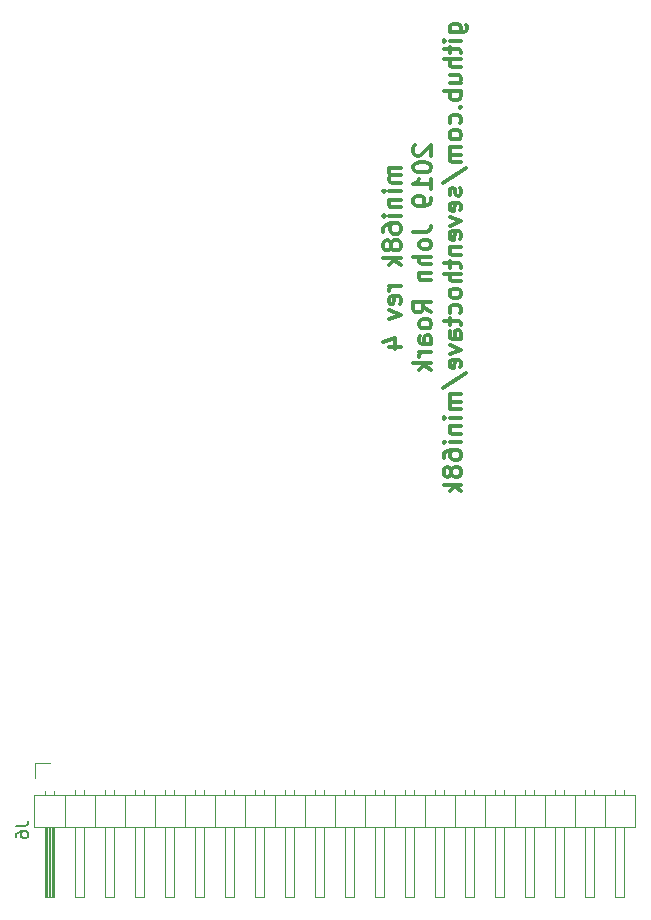
<source format=gbr>
G04 #@! TF.GenerationSoftware,KiCad,Pcbnew,(5.1.0-0)*
G04 #@! TF.CreationDate,2019-04-10T22:03:50-07:00*
G04 #@! TF.ProjectId,mini68k,6d696e69-3638-46b2-9e6b-696361645f70,v02*
G04 #@! TF.SameCoordinates,PX5c0c740PY43d3480*
G04 #@! TF.FileFunction,Legend,Bot*
G04 #@! TF.FilePolarity,Positive*
%FSLAX46Y46*%
G04 Gerber Fmt 4.6, Leading zero omitted, Abs format (unit mm)*
G04 Created by KiCad (PCBNEW (5.1.0-0)) date 2019-04-10 22:03:50*
%MOMM*%
%LPD*%
G04 APERTURE LIST*
%ADD10C,0.300000*%
%ADD11C,0.120000*%
%ADD12C,0.150000*%
G04 APERTURE END LIST*
D10*
X31656571Y-36588857D02*
X30656571Y-36588857D01*
X30799428Y-36588857D02*
X30728000Y-36660285D01*
X30656571Y-36803142D01*
X30656571Y-37017428D01*
X30728000Y-37160285D01*
X30870857Y-37231714D01*
X31656571Y-37231714D01*
X30870857Y-37231714D02*
X30728000Y-37303142D01*
X30656571Y-37446000D01*
X30656571Y-37660285D01*
X30728000Y-37803142D01*
X30870857Y-37874571D01*
X31656571Y-37874571D01*
X31656571Y-38588857D02*
X30656571Y-38588857D01*
X30156571Y-38588857D02*
X30228000Y-38517428D01*
X30299428Y-38588857D01*
X30228000Y-38660285D01*
X30156571Y-38588857D01*
X30299428Y-38588857D01*
X30656571Y-39303142D02*
X31656571Y-39303142D01*
X30799428Y-39303142D02*
X30728000Y-39374571D01*
X30656571Y-39517428D01*
X30656571Y-39731714D01*
X30728000Y-39874571D01*
X30870857Y-39946000D01*
X31656571Y-39946000D01*
X31656571Y-40660285D02*
X30656571Y-40660285D01*
X30156571Y-40660285D02*
X30228000Y-40588857D01*
X30299428Y-40660285D01*
X30228000Y-40731714D01*
X30156571Y-40660285D01*
X30299428Y-40660285D01*
X30156571Y-42017428D02*
X30156571Y-41731714D01*
X30228000Y-41588857D01*
X30299428Y-41517428D01*
X30513714Y-41374571D01*
X30799428Y-41303142D01*
X31370857Y-41303142D01*
X31513714Y-41374571D01*
X31585142Y-41446000D01*
X31656571Y-41588857D01*
X31656571Y-41874571D01*
X31585142Y-42017428D01*
X31513714Y-42088857D01*
X31370857Y-42160285D01*
X31013714Y-42160285D01*
X30870857Y-42088857D01*
X30799428Y-42017428D01*
X30728000Y-41874571D01*
X30728000Y-41588857D01*
X30799428Y-41446000D01*
X30870857Y-41374571D01*
X31013714Y-41303142D01*
X30799428Y-43017428D02*
X30728000Y-42874571D01*
X30656571Y-42803142D01*
X30513714Y-42731714D01*
X30442285Y-42731714D01*
X30299428Y-42803142D01*
X30228000Y-42874571D01*
X30156571Y-43017428D01*
X30156571Y-43303142D01*
X30228000Y-43446000D01*
X30299428Y-43517428D01*
X30442285Y-43588857D01*
X30513714Y-43588857D01*
X30656571Y-43517428D01*
X30728000Y-43446000D01*
X30799428Y-43303142D01*
X30799428Y-43017428D01*
X30870857Y-42874571D01*
X30942285Y-42803142D01*
X31085142Y-42731714D01*
X31370857Y-42731714D01*
X31513714Y-42803142D01*
X31585142Y-42874571D01*
X31656571Y-43017428D01*
X31656571Y-43303142D01*
X31585142Y-43446000D01*
X31513714Y-43517428D01*
X31370857Y-43588857D01*
X31085142Y-43588857D01*
X30942285Y-43517428D01*
X30870857Y-43446000D01*
X30799428Y-43303142D01*
X31656571Y-44231714D02*
X30156571Y-44231714D01*
X31085142Y-44374571D02*
X31656571Y-44803142D01*
X30656571Y-44803142D02*
X31228000Y-44231714D01*
X31656571Y-46588857D02*
X30656571Y-46588857D01*
X30942285Y-46588857D02*
X30799428Y-46660285D01*
X30728000Y-46731714D01*
X30656571Y-46874571D01*
X30656571Y-47017428D01*
X31585142Y-48088857D02*
X31656571Y-47946000D01*
X31656571Y-47660285D01*
X31585142Y-47517428D01*
X31442285Y-47446000D01*
X30870857Y-47446000D01*
X30728000Y-47517428D01*
X30656571Y-47660285D01*
X30656571Y-47946000D01*
X30728000Y-48088857D01*
X30870857Y-48160285D01*
X31013714Y-48160285D01*
X31156571Y-47446000D01*
X30656571Y-48660285D02*
X31656571Y-49017428D01*
X30656571Y-49374571D01*
X30656571Y-51731714D02*
X31656571Y-51731714D01*
X30085142Y-51374571D02*
X31156571Y-51017428D01*
X31156571Y-51946000D01*
X32849428Y-34696000D02*
X32778000Y-34767428D01*
X32706571Y-34910285D01*
X32706571Y-35267428D01*
X32778000Y-35410285D01*
X32849428Y-35481714D01*
X32992285Y-35553142D01*
X33135142Y-35553142D01*
X33349428Y-35481714D01*
X34206571Y-34624571D01*
X34206571Y-35553142D01*
X32706571Y-36481714D02*
X32706571Y-36624571D01*
X32778000Y-36767428D01*
X32849428Y-36838857D01*
X32992285Y-36910285D01*
X33278000Y-36981714D01*
X33635142Y-36981714D01*
X33920857Y-36910285D01*
X34063714Y-36838857D01*
X34135142Y-36767428D01*
X34206571Y-36624571D01*
X34206571Y-36481714D01*
X34135142Y-36338857D01*
X34063714Y-36267428D01*
X33920857Y-36196000D01*
X33635142Y-36124571D01*
X33278000Y-36124571D01*
X32992285Y-36196000D01*
X32849428Y-36267428D01*
X32778000Y-36338857D01*
X32706571Y-36481714D01*
X34206571Y-38410285D02*
X34206571Y-37553142D01*
X34206571Y-37981714D02*
X32706571Y-37981714D01*
X32920857Y-37838857D01*
X33063714Y-37696000D01*
X33135142Y-37553142D01*
X34206571Y-39124571D02*
X34206571Y-39410285D01*
X34135142Y-39553142D01*
X34063714Y-39624571D01*
X33849428Y-39767428D01*
X33563714Y-39838857D01*
X32992285Y-39838857D01*
X32849428Y-39767428D01*
X32778000Y-39696000D01*
X32706571Y-39553142D01*
X32706571Y-39267428D01*
X32778000Y-39124571D01*
X32849428Y-39053142D01*
X32992285Y-38981714D01*
X33349428Y-38981714D01*
X33492285Y-39053142D01*
X33563714Y-39124571D01*
X33635142Y-39267428D01*
X33635142Y-39553142D01*
X33563714Y-39696000D01*
X33492285Y-39767428D01*
X33349428Y-39838857D01*
X32706571Y-42053142D02*
X33778000Y-42053142D01*
X33992285Y-41981714D01*
X34135142Y-41838857D01*
X34206571Y-41624571D01*
X34206571Y-41481714D01*
X34206571Y-42981714D02*
X34135142Y-42838857D01*
X34063714Y-42767428D01*
X33920857Y-42696000D01*
X33492285Y-42696000D01*
X33349428Y-42767428D01*
X33278000Y-42838857D01*
X33206571Y-42981714D01*
X33206571Y-43196000D01*
X33278000Y-43338857D01*
X33349428Y-43410285D01*
X33492285Y-43481714D01*
X33920857Y-43481714D01*
X34063714Y-43410285D01*
X34135142Y-43338857D01*
X34206571Y-43196000D01*
X34206571Y-42981714D01*
X34206571Y-44124571D02*
X32706571Y-44124571D01*
X34206571Y-44767428D02*
X33420857Y-44767428D01*
X33278000Y-44696000D01*
X33206571Y-44553142D01*
X33206571Y-44338857D01*
X33278000Y-44196000D01*
X33349428Y-44124571D01*
X33206571Y-45481714D02*
X34206571Y-45481714D01*
X33349428Y-45481714D02*
X33278000Y-45553142D01*
X33206571Y-45696000D01*
X33206571Y-45910285D01*
X33278000Y-46053142D01*
X33420857Y-46124571D01*
X34206571Y-46124571D01*
X34206571Y-48838857D02*
X33492285Y-48338857D01*
X34206571Y-47981714D02*
X32706571Y-47981714D01*
X32706571Y-48553142D01*
X32778000Y-48696000D01*
X32849428Y-48767428D01*
X32992285Y-48838857D01*
X33206571Y-48838857D01*
X33349428Y-48767428D01*
X33420857Y-48696000D01*
X33492285Y-48553142D01*
X33492285Y-47981714D01*
X34206571Y-49696000D02*
X34135142Y-49553142D01*
X34063714Y-49481714D01*
X33920857Y-49410285D01*
X33492285Y-49410285D01*
X33349428Y-49481714D01*
X33278000Y-49553142D01*
X33206571Y-49696000D01*
X33206571Y-49910285D01*
X33278000Y-50053142D01*
X33349428Y-50124571D01*
X33492285Y-50196000D01*
X33920857Y-50196000D01*
X34063714Y-50124571D01*
X34135142Y-50053142D01*
X34206571Y-49910285D01*
X34206571Y-49696000D01*
X34206571Y-51481714D02*
X33420857Y-51481714D01*
X33278000Y-51410285D01*
X33206571Y-51267428D01*
X33206571Y-50981714D01*
X33278000Y-50838857D01*
X34135142Y-51481714D02*
X34206571Y-51338857D01*
X34206571Y-50981714D01*
X34135142Y-50838857D01*
X33992285Y-50767428D01*
X33849428Y-50767428D01*
X33706571Y-50838857D01*
X33635142Y-50981714D01*
X33635142Y-51338857D01*
X33563714Y-51481714D01*
X34206571Y-52196000D02*
X33206571Y-52196000D01*
X33492285Y-52196000D02*
X33349428Y-52267428D01*
X33278000Y-52338857D01*
X33206571Y-52481714D01*
X33206571Y-52624571D01*
X34206571Y-53124571D02*
X32706571Y-53124571D01*
X33635142Y-53267428D02*
X34206571Y-53696000D01*
X33206571Y-53696000D02*
X33778000Y-53124571D01*
X35756571Y-25124571D02*
X36970857Y-25124571D01*
X37113714Y-25053142D01*
X37185142Y-24981714D01*
X37256571Y-24838857D01*
X37256571Y-24624571D01*
X37185142Y-24481714D01*
X36685142Y-25124571D02*
X36756571Y-24981714D01*
X36756571Y-24696000D01*
X36685142Y-24553142D01*
X36613714Y-24481714D01*
X36470857Y-24410285D01*
X36042285Y-24410285D01*
X35899428Y-24481714D01*
X35828000Y-24553142D01*
X35756571Y-24696000D01*
X35756571Y-24981714D01*
X35828000Y-25124571D01*
X36756571Y-25838857D02*
X35756571Y-25838857D01*
X35256571Y-25838857D02*
X35328000Y-25767428D01*
X35399428Y-25838857D01*
X35328000Y-25910285D01*
X35256571Y-25838857D01*
X35399428Y-25838857D01*
X35756571Y-26338857D02*
X35756571Y-26910285D01*
X35256571Y-26553142D02*
X36542285Y-26553142D01*
X36685142Y-26624571D01*
X36756571Y-26767428D01*
X36756571Y-26910285D01*
X36756571Y-27410285D02*
X35256571Y-27410285D01*
X36756571Y-28053142D02*
X35970857Y-28053142D01*
X35828000Y-27981714D01*
X35756571Y-27838857D01*
X35756571Y-27624571D01*
X35828000Y-27481714D01*
X35899428Y-27410285D01*
X35756571Y-29410285D02*
X36756571Y-29410285D01*
X35756571Y-28767428D02*
X36542285Y-28767428D01*
X36685142Y-28838857D01*
X36756571Y-28981714D01*
X36756571Y-29196000D01*
X36685142Y-29338857D01*
X36613714Y-29410285D01*
X36756571Y-30124571D02*
X35256571Y-30124571D01*
X35828000Y-30124571D02*
X35756571Y-30267428D01*
X35756571Y-30553142D01*
X35828000Y-30696000D01*
X35899428Y-30767428D01*
X36042285Y-30838857D01*
X36470857Y-30838857D01*
X36613714Y-30767428D01*
X36685142Y-30696000D01*
X36756571Y-30553142D01*
X36756571Y-30267428D01*
X36685142Y-30124571D01*
X36613714Y-31481714D02*
X36685142Y-31553142D01*
X36756571Y-31481714D01*
X36685142Y-31410285D01*
X36613714Y-31481714D01*
X36756571Y-31481714D01*
X36685142Y-32838857D02*
X36756571Y-32696000D01*
X36756571Y-32410285D01*
X36685142Y-32267428D01*
X36613714Y-32196000D01*
X36470857Y-32124571D01*
X36042285Y-32124571D01*
X35899428Y-32196000D01*
X35828000Y-32267428D01*
X35756571Y-32410285D01*
X35756571Y-32696000D01*
X35828000Y-32838857D01*
X36756571Y-33696000D02*
X36685142Y-33553142D01*
X36613714Y-33481714D01*
X36470857Y-33410285D01*
X36042285Y-33410285D01*
X35899428Y-33481714D01*
X35828000Y-33553142D01*
X35756571Y-33696000D01*
X35756571Y-33910285D01*
X35828000Y-34053142D01*
X35899428Y-34124571D01*
X36042285Y-34196000D01*
X36470857Y-34196000D01*
X36613714Y-34124571D01*
X36685142Y-34053142D01*
X36756571Y-33910285D01*
X36756571Y-33696000D01*
X36756571Y-34838857D02*
X35756571Y-34838857D01*
X35899428Y-34838857D02*
X35828000Y-34910285D01*
X35756571Y-35053142D01*
X35756571Y-35267428D01*
X35828000Y-35410285D01*
X35970857Y-35481714D01*
X36756571Y-35481714D01*
X35970857Y-35481714D02*
X35828000Y-35553142D01*
X35756571Y-35696000D01*
X35756571Y-35910285D01*
X35828000Y-36053142D01*
X35970857Y-36124571D01*
X36756571Y-36124571D01*
X35185142Y-37910285D02*
X37113714Y-36624571D01*
X36685142Y-38338857D02*
X36756571Y-38481714D01*
X36756571Y-38767428D01*
X36685142Y-38910285D01*
X36542285Y-38981714D01*
X36470857Y-38981714D01*
X36328000Y-38910285D01*
X36256571Y-38767428D01*
X36256571Y-38553142D01*
X36185142Y-38410285D01*
X36042285Y-38338857D01*
X35970857Y-38338857D01*
X35828000Y-38410285D01*
X35756571Y-38553142D01*
X35756571Y-38767428D01*
X35828000Y-38910285D01*
X36685142Y-40196000D02*
X36756571Y-40053142D01*
X36756571Y-39767428D01*
X36685142Y-39624571D01*
X36542285Y-39553142D01*
X35970857Y-39553142D01*
X35828000Y-39624571D01*
X35756571Y-39767428D01*
X35756571Y-40053142D01*
X35828000Y-40196000D01*
X35970857Y-40267428D01*
X36113714Y-40267428D01*
X36256571Y-39553142D01*
X35756571Y-40767428D02*
X36756571Y-41124571D01*
X35756571Y-41481714D01*
X36685142Y-42624571D02*
X36756571Y-42481714D01*
X36756571Y-42196000D01*
X36685142Y-42053142D01*
X36542285Y-41981714D01*
X35970857Y-41981714D01*
X35828000Y-42053142D01*
X35756571Y-42196000D01*
X35756571Y-42481714D01*
X35828000Y-42624571D01*
X35970857Y-42696000D01*
X36113714Y-42696000D01*
X36256571Y-41981714D01*
X35756571Y-43338857D02*
X36756571Y-43338857D01*
X35899428Y-43338857D02*
X35828000Y-43410285D01*
X35756571Y-43553142D01*
X35756571Y-43767428D01*
X35828000Y-43910285D01*
X35970857Y-43981714D01*
X36756571Y-43981714D01*
X35756571Y-44481714D02*
X35756571Y-45053142D01*
X35256571Y-44696000D02*
X36542285Y-44696000D01*
X36685142Y-44767428D01*
X36756571Y-44910285D01*
X36756571Y-45053142D01*
X36756571Y-45553142D02*
X35256571Y-45553142D01*
X36756571Y-46196000D02*
X35970857Y-46196000D01*
X35828000Y-46124571D01*
X35756571Y-45981714D01*
X35756571Y-45767428D01*
X35828000Y-45624571D01*
X35899428Y-45553142D01*
X36756571Y-47124571D02*
X36685142Y-46981714D01*
X36613714Y-46910285D01*
X36470857Y-46838857D01*
X36042285Y-46838857D01*
X35899428Y-46910285D01*
X35828000Y-46981714D01*
X35756571Y-47124571D01*
X35756571Y-47338857D01*
X35828000Y-47481714D01*
X35899428Y-47553142D01*
X36042285Y-47624571D01*
X36470857Y-47624571D01*
X36613714Y-47553142D01*
X36685142Y-47481714D01*
X36756571Y-47338857D01*
X36756571Y-47124571D01*
X36685142Y-48910285D02*
X36756571Y-48767428D01*
X36756571Y-48481714D01*
X36685142Y-48338857D01*
X36613714Y-48267428D01*
X36470857Y-48196000D01*
X36042285Y-48196000D01*
X35899428Y-48267428D01*
X35828000Y-48338857D01*
X35756571Y-48481714D01*
X35756571Y-48767428D01*
X35828000Y-48910285D01*
X35756571Y-49338857D02*
X35756571Y-49910285D01*
X35256571Y-49553142D02*
X36542285Y-49553142D01*
X36685142Y-49624571D01*
X36756571Y-49767428D01*
X36756571Y-49910285D01*
X36756571Y-51053142D02*
X35970857Y-51053142D01*
X35828000Y-50981714D01*
X35756571Y-50838857D01*
X35756571Y-50553142D01*
X35828000Y-50410285D01*
X36685142Y-51053142D02*
X36756571Y-50910285D01*
X36756571Y-50553142D01*
X36685142Y-50410285D01*
X36542285Y-50338857D01*
X36399428Y-50338857D01*
X36256571Y-50410285D01*
X36185142Y-50553142D01*
X36185142Y-50910285D01*
X36113714Y-51053142D01*
X35756571Y-51624571D02*
X36756571Y-51981714D01*
X35756571Y-52338857D01*
X36685142Y-53481714D02*
X36756571Y-53338857D01*
X36756571Y-53053142D01*
X36685142Y-52910285D01*
X36542285Y-52838857D01*
X35970857Y-52838857D01*
X35828000Y-52910285D01*
X35756571Y-53053142D01*
X35756571Y-53338857D01*
X35828000Y-53481714D01*
X35970857Y-53553142D01*
X36113714Y-53553142D01*
X36256571Y-52838857D01*
X35185142Y-55267428D02*
X37113714Y-53981714D01*
X36756571Y-55767428D02*
X35756571Y-55767428D01*
X35899428Y-55767428D02*
X35828000Y-55838857D01*
X35756571Y-55981714D01*
X35756571Y-56196000D01*
X35828000Y-56338857D01*
X35970857Y-56410285D01*
X36756571Y-56410285D01*
X35970857Y-56410285D02*
X35828000Y-56481714D01*
X35756571Y-56624571D01*
X35756571Y-56838857D01*
X35828000Y-56981714D01*
X35970857Y-57053142D01*
X36756571Y-57053142D01*
X36756571Y-57767428D02*
X35756571Y-57767428D01*
X35256571Y-57767428D02*
X35328000Y-57696000D01*
X35399428Y-57767428D01*
X35328000Y-57838857D01*
X35256571Y-57767428D01*
X35399428Y-57767428D01*
X35756571Y-58481714D02*
X36756571Y-58481714D01*
X35899428Y-58481714D02*
X35828000Y-58553142D01*
X35756571Y-58696000D01*
X35756571Y-58910285D01*
X35828000Y-59053142D01*
X35970857Y-59124571D01*
X36756571Y-59124571D01*
X36756571Y-59838857D02*
X35756571Y-59838857D01*
X35256571Y-59838857D02*
X35328000Y-59767428D01*
X35399428Y-59838857D01*
X35328000Y-59910285D01*
X35256571Y-59838857D01*
X35399428Y-59838857D01*
X35256571Y-61196000D02*
X35256571Y-60910285D01*
X35328000Y-60767428D01*
X35399428Y-60696000D01*
X35613714Y-60553142D01*
X35899428Y-60481714D01*
X36470857Y-60481714D01*
X36613714Y-60553142D01*
X36685142Y-60624571D01*
X36756571Y-60767428D01*
X36756571Y-61053142D01*
X36685142Y-61196000D01*
X36613714Y-61267428D01*
X36470857Y-61338857D01*
X36113714Y-61338857D01*
X35970857Y-61267428D01*
X35899428Y-61196000D01*
X35828000Y-61053142D01*
X35828000Y-60767428D01*
X35899428Y-60624571D01*
X35970857Y-60553142D01*
X36113714Y-60481714D01*
X35899428Y-62196000D02*
X35828000Y-62053142D01*
X35756571Y-61981714D01*
X35613714Y-61910285D01*
X35542285Y-61910285D01*
X35399428Y-61981714D01*
X35328000Y-62053142D01*
X35256571Y-62196000D01*
X35256571Y-62481714D01*
X35328000Y-62624571D01*
X35399428Y-62696000D01*
X35542285Y-62767428D01*
X35613714Y-62767428D01*
X35756571Y-62696000D01*
X35828000Y-62624571D01*
X35899428Y-62481714D01*
X35899428Y-62196000D01*
X35970857Y-62053142D01*
X36042285Y-61981714D01*
X36185142Y-61910285D01*
X36470857Y-61910285D01*
X36613714Y-61981714D01*
X36685142Y-62053142D01*
X36756571Y-62196000D01*
X36756571Y-62481714D01*
X36685142Y-62624571D01*
X36613714Y-62696000D01*
X36470857Y-62767428D01*
X36185142Y-62767428D01*
X36042285Y-62696000D01*
X35970857Y-62624571D01*
X35899428Y-62481714D01*
X36756571Y-63410285D02*
X35256571Y-63410285D01*
X36185142Y-63553142D02*
X36756571Y-63981714D01*
X35756571Y-63981714D02*
X36328000Y-63410285D01*
D11*
X635000Y-86995000D02*
X635000Y-88265000D01*
X1905000Y-86995000D02*
X635000Y-86995000D01*
X50545000Y-89307929D02*
X50545000Y-89705000D01*
X49785000Y-89307929D02*
X49785000Y-89705000D01*
X50545000Y-98365000D02*
X50545000Y-92365000D01*
X49785000Y-98365000D02*
X50545000Y-98365000D01*
X49785000Y-92365000D02*
X49785000Y-98365000D01*
X48895000Y-89705000D02*
X48895000Y-92365000D01*
X48005000Y-89307929D02*
X48005000Y-89705000D01*
X47245000Y-89307929D02*
X47245000Y-89705000D01*
X48005000Y-98365000D02*
X48005000Y-92365000D01*
X47245000Y-98365000D02*
X48005000Y-98365000D01*
X47245000Y-92365000D02*
X47245000Y-98365000D01*
X46355000Y-89705000D02*
X46355000Y-92365000D01*
X45465000Y-89307929D02*
X45465000Y-89705000D01*
X44705000Y-89307929D02*
X44705000Y-89705000D01*
X45465000Y-98365000D02*
X45465000Y-92365000D01*
X44705000Y-98365000D02*
X45465000Y-98365000D01*
X44705000Y-92365000D02*
X44705000Y-98365000D01*
X43815000Y-89705000D02*
X43815000Y-92365000D01*
X42925000Y-89307929D02*
X42925000Y-89705000D01*
X42165000Y-89307929D02*
X42165000Y-89705000D01*
X42925000Y-98365000D02*
X42925000Y-92365000D01*
X42165000Y-98365000D02*
X42925000Y-98365000D01*
X42165000Y-92365000D02*
X42165000Y-98365000D01*
X41275000Y-89705000D02*
X41275000Y-92365000D01*
X40385000Y-89307929D02*
X40385000Y-89705000D01*
X39625000Y-89307929D02*
X39625000Y-89705000D01*
X40385000Y-98365000D02*
X40385000Y-92365000D01*
X39625000Y-98365000D02*
X40385000Y-98365000D01*
X39625000Y-92365000D02*
X39625000Y-98365000D01*
X38735000Y-89705000D02*
X38735000Y-92365000D01*
X37845000Y-89307929D02*
X37845000Y-89705000D01*
X37085000Y-89307929D02*
X37085000Y-89705000D01*
X37845000Y-98365000D02*
X37845000Y-92365000D01*
X37085000Y-98365000D02*
X37845000Y-98365000D01*
X37085000Y-92365000D02*
X37085000Y-98365000D01*
X36195000Y-89705000D02*
X36195000Y-92365000D01*
X35305000Y-89307929D02*
X35305000Y-89705000D01*
X34545000Y-89307929D02*
X34545000Y-89705000D01*
X35305000Y-98365000D02*
X35305000Y-92365000D01*
X34545000Y-98365000D02*
X35305000Y-98365000D01*
X34545000Y-92365000D02*
X34545000Y-98365000D01*
X33655000Y-89705000D02*
X33655000Y-92365000D01*
X32765000Y-89307929D02*
X32765000Y-89705000D01*
X32005000Y-89307929D02*
X32005000Y-89705000D01*
X32765000Y-98365000D02*
X32765000Y-92365000D01*
X32005000Y-98365000D02*
X32765000Y-98365000D01*
X32005000Y-92365000D02*
X32005000Y-98365000D01*
X31115000Y-89705000D02*
X31115000Y-92365000D01*
X30225000Y-89307929D02*
X30225000Y-89705000D01*
X29465000Y-89307929D02*
X29465000Y-89705000D01*
X30225000Y-98365000D02*
X30225000Y-92365000D01*
X29465000Y-98365000D02*
X30225000Y-98365000D01*
X29465000Y-92365000D02*
X29465000Y-98365000D01*
X28575000Y-89705000D02*
X28575000Y-92365000D01*
X27685000Y-89307929D02*
X27685000Y-89705000D01*
X26925000Y-89307929D02*
X26925000Y-89705000D01*
X27685000Y-98365000D02*
X27685000Y-92365000D01*
X26925000Y-98365000D02*
X27685000Y-98365000D01*
X26925000Y-92365000D02*
X26925000Y-98365000D01*
X26035000Y-89705000D02*
X26035000Y-92365000D01*
X25145000Y-89307929D02*
X25145000Y-89705000D01*
X24385000Y-89307929D02*
X24385000Y-89705000D01*
X25145000Y-98365000D02*
X25145000Y-92365000D01*
X24385000Y-98365000D02*
X25145000Y-98365000D01*
X24385000Y-92365000D02*
X24385000Y-98365000D01*
X23495000Y-89705000D02*
X23495000Y-92365000D01*
X22605000Y-89307929D02*
X22605000Y-89705000D01*
X21845000Y-89307929D02*
X21845000Y-89705000D01*
X22605000Y-98365000D02*
X22605000Y-92365000D01*
X21845000Y-98365000D02*
X22605000Y-98365000D01*
X21845000Y-92365000D02*
X21845000Y-98365000D01*
X20955000Y-89705000D02*
X20955000Y-92365000D01*
X20065000Y-89307929D02*
X20065000Y-89705000D01*
X19305000Y-89307929D02*
X19305000Y-89705000D01*
X20065000Y-98365000D02*
X20065000Y-92365000D01*
X19305000Y-98365000D02*
X20065000Y-98365000D01*
X19305000Y-92365000D02*
X19305000Y-98365000D01*
X18415000Y-89705000D02*
X18415000Y-92365000D01*
X17525000Y-89307929D02*
X17525000Y-89705000D01*
X16765000Y-89307929D02*
X16765000Y-89705000D01*
X17525000Y-98365000D02*
X17525000Y-92365000D01*
X16765000Y-98365000D02*
X17525000Y-98365000D01*
X16765000Y-92365000D02*
X16765000Y-98365000D01*
X15875000Y-89705000D02*
X15875000Y-92365000D01*
X14985000Y-89307929D02*
X14985000Y-89705000D01*
X14225000Y-89307929D02*
X14225000Y-89705000D01*
X14985000Y-98365000D02*
X14985000Y-92365000D01*
X14225000Y-98365000D02*
X14985000Y-98365000D01*
X14225000Y-92365000D02*
X14225000Y-98365000D01*
X13335000Y-89705000D02*
X13335000Y-92365000D01*
X12445000Y-89307929D02*
X12445000Y-89705000D01*
X11685000Y-89307929D02*
X11685000Y-89705000D01*
X12445000Y-98365000D02*
X12445000Y-92365000D01*
X11685000Y-98365000D02*
X12445000Y-98365000D01*
X11685000Y-92365000D02*
X11685000Y-98365000D01*
X10795000Y-89705000D02*
X10795000Y-92365000D01*
X9905000Y-89307929D02*
X9905000Y-89705000D01*
X9145000Y-89307929D02*
X9145000Y-89705000D01*
X9905000Y-98365000D02*
X9905000Y-92365000D01*
X9145000Y-98365000D02*
X9905000Y-98365000D01*
X9145000Y-92365000D02*
X9145000Y-98365000D01*
X8255000Y-89705000D02*
X8255000Y-92365000D01*
X7365000Y-89307929D02*
X7365000Y-89705000D01*
X6605000Y-89307929D02*
X6605000Y-89705000D01*
X7365000Y-98365000D02*
X7365000Y-92365000D01*
X6605000Y-98365000D02*
X7365000Y-98365000D01*
X6605000Y-92365000D02*
X6605000Y-98365000D01*
X5715000Y-89705000D02*
X5715000Y-92365000D01*
X4825000Y-89307929D02*
X4825000Y-89705000D01*
X4065000Y-89307929D02*
X4065000Y-89705000D01*
X4825000Y-98365000D02*
X4825000Y-92365000D01*
X4065000Y-98365000D02*
X4825000Y-98365000D01*
X4065000Y-92365000D02*
X4065000Y-98365000D01*
X3175000Y-89705000D02*
X3175000Y-92365000D01*
X2285000Y-89375000D02*
X2285000Y-89705000D01*
X1525000Y-89375000D02*
X1525000Y-89705000D01*
X2185000Y-92365000D02*
X2185000Y-98365000D01*
X2065000Y-92365000D02*
X2065000Y-98365000D01*
X1945000Y-92365000D02*
X1945000Y-98365000D01*
X1825000Y-92365000D02*
X1825000Y-98365000D01*
X1705000Y-92365000D02*
X1705000Y-98365000D01*
X1585000Y-92365000D02*
X1585000Y-98365000D01*
X2285000Y-98365000D02*
X2285000Y-92365000D01*
X1525000Y-98365000D02*
X2285000Y-98365000D01*
X1525000Y-92365000D02*
X1525000Y-98365000D01*
X575000Y-92365000D02*
X575000Y-89705000D01*
X51495000Y-92365000D02*
X575000Y-92365000D01*
X51495000Y-89705000D02*
X51495000Y-92365000D01*
X575000Y-89705000D02*
X51495000Y-89705000D01*
D12*
X-912620Y-92316666D02*
X-198334Y-92316666D01*
X-55477Y-92269047D01*
X39761Y-92173809D01*
X87380Y-92030952D01*
X87380Y-91935714D01*
X-912620Y-93221428D02*
X-912620Y-93030952D01*
X-865000Y-92935714D01*
X-817381Y-92888095D01*
X-674524Y-92792857D01*
X-484048Y-92745238D01*
X-103096Y-92745238D01*
X-7858Y-92792857D01*
X39761Y-92840476D01*
X87380Y-92935714D01*
X87380Y-93126190D01*
X39761Y-93221428D01*
X-7858Y-93269047D01*
X-103096Y-93316666D01*
X-341191Y-93316666D01*
X-436429Y-93269047D01*
X-484048Y-93221428D01*
X-531667Y-93126190D01*
X-531667Y-92935714D01*
X-484048Y-92840476D01*
X-436429Y-92792857D01*
X-341191Y-92745238D01*
M02*

</source>
